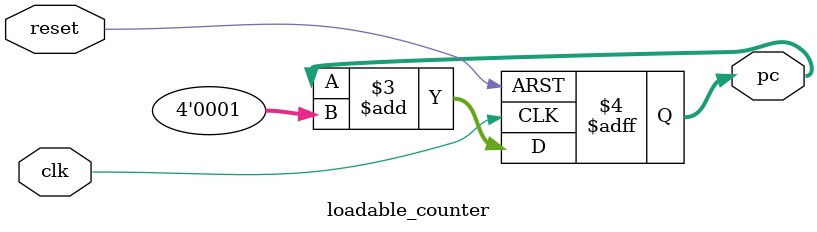
<source format=v>
`timescale 1ns / 1ps


module loadable_counter(
input clk,
input reset,
output reg [3:0] pc
);

always@(posedge clk, negedge reset)
if (!reset) //active low reset
  pc <= 0;
else
  pc <= pc + 4'b0001;

endmodule

</source>
